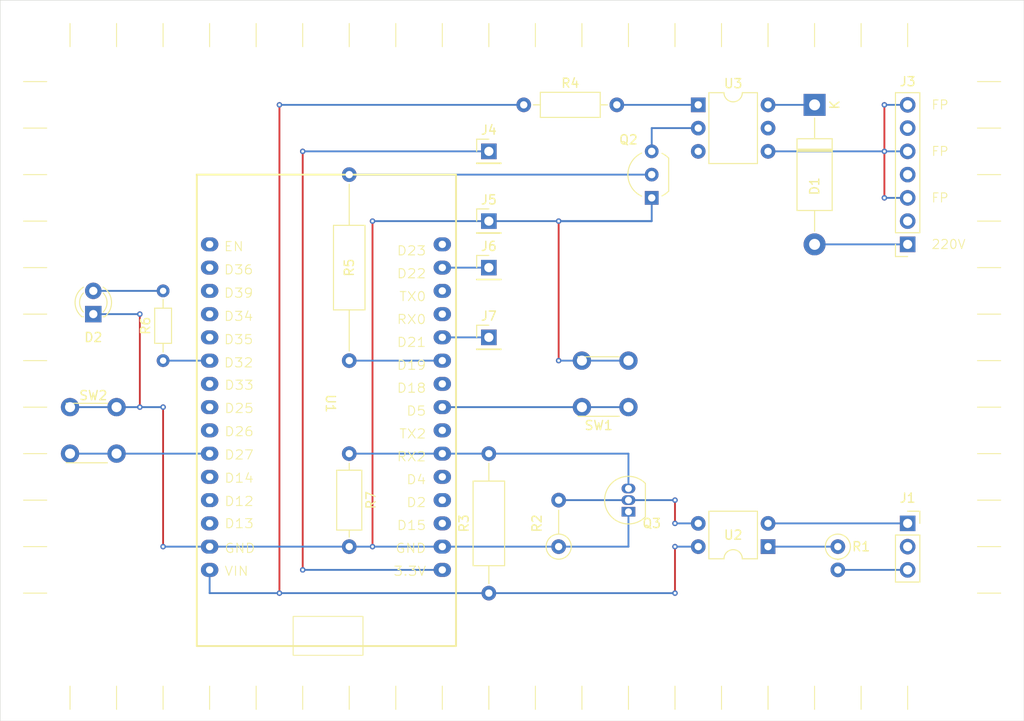
<source format=kicad_pcb>
(kicad_pcb (version 20240108) (generator "pcbnew") (generator_version "8.0")
  (layers (0 "F.Cu" signal) (31 "B.Cu" signal) (34 "B.Paste" user) (35 "F.Paste" user) (36 "B.SilkS" user "B.Silkscreen") (37 "F.SilkS" user "F.Silkscreen") (38 "B.Mask" user) (39 "F.Mask" user) (44 "Edge.Cuts" user))
  (net 0 "")
  (net 10 "Net-(D1-A)")
  (net 11 "Net-(D1-K)")
  (net 12 "GND")
  (net 13 "Net-(Q2-C)")
  (net 14 "Net-(Q2-B)")
  (net 15 "Net-(R1-Pad1)")
  (net 16 "Net-(J1-Pin_3)")
  (net 17 "+3.3V")
  (net 18 "Net-(D2-A)")
  (net 19 "Net-(U1-GPIO27)")
  (net 20 "Net-(J1-Pin_1)")
  (net 22 "Net-(U1-GPIO5)")
  (net 23 "SDA")
  (net 25 "SCL")
  (net 26 "Net-(J3-Pin_3)")
  (net 30 "Net-(R4-Pad2)")
  (net 40 "FP")
  (net 42 "Net-(U1-GPIO32)")
  (net 44 "Net-(Q3-G)")
  (net 45 "Net-(Q3-D)")
  (net 46 "Net-(U1-VIN)")
  (footprint "Connector_PinHeader_2.54mm:PinHeader_1x01_P2.54mm_Vertical" (layer "F.Cu") (at 148.59 58.42)
    (property "Reference" "J4" (at 0 -2.33 0) (layer "F.SilkS"))
    (property "Value" "+3.3V")
    (fp_line (start -1.33 -1.33) (end 0 -1.33) (stroke (width 0.12)) (layer "F.SilkS"))
    (fp_line (start -1.33 0) (end -1.33 -1.33) (stroke (width 0.12)) (layer "F.SilkS"))
    (fp_line (start -1.33 1.27) (end -1.33 1.33) (stroke (width 0.12)) (layer "F.SilkS"))
    (fp_line (start -1.33 1.27) (end 1.33 1.27) (stroke (width 0.12)) (layer "F.SilkS"))
    (fp_line (start -1.33 1.33) (end 1.33 1.33) (stroke (width 0.12)) (layer "F.SilkS"))
    (fp_line (start 1.33 1.27) (end 1.33 1.33) (stroke (width 0.12)) (layer "F.SilkS"))
    (pad "1" thru_hole rect (at 0 0) (size 1.7 1.7) (drill 1) (layers "*.Cu" "*.Mask") (net 17 "+3.3V"))
  )
  (footprint "Connector_PinHeader_2.54mm:PinHeader_1x01_P2.54mm_Vertical" (layer "F.Cu") (at 148.59 71.12)
    (property "Reference" "J6" (at 0 -2.33 0) (layer "F.SilkS"))
    (property "Value" "SCL")
    (fp_line (start -1.33 -1.33) (end 0 -1.33) (stroke (width 0.12)) (layer "F.SilkS"))
    (fp_line (start -1.33 0) (end -1.33 -1.33) (stroke (width 0.12)) (layer "F.SilkS"))
    (fp_line (start -1.33 1.27) (end -1.33 1.33) (stroke (width 0.12)) (layer "F.SilkS"))
    (fp_line (start -1.33 1.27) (end 1.33 1.27) (stroke (width 0.12)) (layer "F.SilkS"))
    (fp_line (start -1.33 1.33) (end 1.33 1.33) (stroke (width 0.12)) (layer "F.SilkS"))
    (fp_line (start 1.33 1.27) (end 1.33 1.33) (stroke (width 0.12)) (layer "F.SilkS"))
    (pad "1" thru_hole rect (at 0 0) (size 1.7 1.7) (drill 1) (layers "*.Cu" "*.Mask") (net 25 "SCL"))
  )
  (footprint "Resistor_THT:R_Axial_DIN0207_L6.3mm_D2.5mm_P5.08mm_Vertical" (layer "F.Cu") (at 156.21 101.6 90)
    (property "Reference" "R2" (at 2.54 -2.37 90) (layer "F.SilkS"))
    (property "Value" "10kΩ")
    (fp_line (start 1.37 0) (end 3.98 0) (stroke (width 0.12)) (layer "F.SilkS"))
    (fp_circle (center 0 0) (end 1.37 0) (stroke (width 0.12)) (fill none) (layer "F.SilkS"))
    (pad "1" thru_hole circle (at 0 0 90) (size 1.6 1.6) (drill 0.8) (layers "*.Cu" "*.Mask") (net 12 "GND"))
    (pad "2" thru_hole oval (at 5.08 0 90) (size 1.6 1.6) (drill 0.8) (layers "*.Cu" "*.Mask") (net 44 "Net-(Q3-G)"))
  )
  (footprint "Connector_PinHeader_2.54mm:PinHeader_1x01_P2.54mm_Vertical" (layer "F.Cu") (at 148.59 78.74)
    (property "Reference" "J7" (at 0 -2.33 0) (layer "F.SilkS"))
    (property "Value" "SDA")
    (fp_line (start -1.33 -1.33) (end 0 -1.33) (stroke (width 0.12)) (layer "F.SilkS"))
    (fp_line (start -1.33 0) (end -1.33 -1.33) (stroke (width 0.12)) (layer "F.SilkS"))
    (fp_line (start -1.33 1.27) (end -1.33 1.33) (stroke (width 0.12)) (layer "F.SilkS"))
    (fp_line (start -1.33 1.27) (end 1.33 1.27) (stroke (width 0.12)) (layer "F.SilkS"))
    (fp_line (start -1.33 1.33) (end 1.33 1.33) (stroke (width 0.12)) (layer "F.SilkS"))
    (fp_line (start 1.33 1.27) (end 1.33 1.33) (stroke (width 0.12)) (layer "F.SilkS"))
    (pad "1" thru_hole rect (at 0 0) (size 1.7 1.7) (drill 1) (layers "*.Cu" "*.Mask") (net 23 "SDA"))
  )
  (footprint "Package_DIP:DIP-6_W7.62mm" (layer "F.Cu") (at 171.45 53.34)
    (property "Reference" "U3" (at 3.81 -2.33 0) (layer "F.SilkS"))
    (property "Value" "MOC3041M")
    (fp_line (start 1.16 -1.33) (end 1.16 6.41) (stroke (width 0.12)) (layer "F.SilkS"))
    (fp_line (start 1.16 6.41) (end 6.46 6.41) (stroke (width 0.12)) (layer "F.SilkS"))
    (fp_line (start 2.81 -1.33) (end 1.16 -1.33) (stroke (width 0.12)) (layer "F.SilkS"))
    (fp_line (start 6.46 -1.33) (end 4.81 -1.33) (stroke (width 0.12)) (layer "F.SilkS"))
    (fp_line (start 6.46 6.41) (end 6.46 -1.33) (stroke (width 0.12)) (layer "F.SilkS"))
    (fp_arc (start 4.81 -1.33) (mid 3.81 -0.33) (end 2.81 -1.33) (stroke (width 0.12)) (layer "F.SilkS"))
    (pad "1" thru_hole rect (at 0 0) (size 1.6 1.6) (drill 0.8) (layers "*.Cu" "*.Mask") (net 30 "Net-(R4-Pad2)"))
    (pad "2" thru_hole oval (at 0 2.54) (size 1.6 1.6) (drill 0.8) (layers "*.Cu" "*.Mask") (net 13 "Net-(Q2-C)"))
    (pad "3" thru_hole oval (at 0 5.08) (size 1.6 1.6) (drill 0.8) (layers "*.Cu" "*.Mask"))
    (pad "4" thru_hole oval (at 7.62 5.08) (size 1.6 1.6) (drill 0.8) (layers "*.Cu" "*.Mask") (net 26 "Net-(J3-Pin_3)"))
    (pad "5" thru_hole oval (at 7.62 2.54) (size 1.6 1.6) (drill 0.8) (layers "*.Cu" "*.Mask"))
    (pad "6" thru_hole oval (at 7.62 0) (size 1.6 1.6) (drill 0.8) (layers "*.Cu" "*.Mask") (net 11 "Net-(D1-K)"))
  )
  (footprint "Resistor_THT:R_Axial_DIN0207_L6.3mm_D2.5mm_P10.16mm_Horizontal" (layer "F.Cu") (at 133.35 91.44 -90)
    (property "Reference" "R7" (at 5.08 -2.37 -90) (layer "F.SilkS"))
    (property "Value" "18kΩ")
    (fp_line (start 1.81 1.37) (end 8.35 1.37) (stroke (width 0.12)) (layer "F.SilkS"))
    (fp_line (start 8.35 1.37) (end 8.35 -1.37) (stroke (width 0.12)) (layer "F.SilkS"))
    (fp_line (start 1.04 0) (end 1.81 0) (stroke (width 0.12)) (layer "F.SilkS"))
    (fp_line (start 9.12 0) (end 8.35 0) (stroke (width 0.12)) (layer "F.SilkS"))
    (fp_line (start 1.81 -1.37) (end 1.81 1.37) (stroke (width 0.12)) (layer "F.SilkS"))
    (fp_line (start 8.35 -1.37) (end 1.81 -1.37) (stroke (width 0.12)) (layer "F.SilkS"))
    (pad "1" thru_hole circle (at 0 0 270) (size 1.6 1.6) (drill 0.8) (layers "*.Cu" "*.Mask") (net 45 "Net-(Q3-D)"))
    (pad "2" thru_hole oval (at 10.16 0 270) (size 1.6 1.6) (drill 0.8) (layers "*.Cu" "*.Mask") (net 12 "GND"))
  )
  (footprint "Resistor_THT:R_Axial_DIN0309_L9.0mm_D3.2mm_P15.24mm_Horizontal" (layer "F.Cu") (at 148.59 106.68 90)
    (property "Reference" "R3" (at 7.62 -2.72 90) (layer "F.SilkS"))
    (property "Value" "10kΩ")
    (fp_line (start 12.24 -1.72) (end 3 -1.72) (stroke (width 0.12)) (layer "F.SilkS"))
    (fp_line (start 3 -1.72) (end 3 1.72) (stroke (width 0.12)) (layer "F.SilkS"))
    (fp_line (start 14.2 0) (end 12.24 0) (stroke (width 0.12)) (layer "F.SilkS"))
    (fp_line (start 1.04 0) (end 3 0) (stroke (width 0.12)) (layer "F.SilkS"))
    (fp_line (start 12.24 1.72) (end 12.24 -1.72) (stroke (width 0.12)) (layer "F.SilkS"))
    (fp_line (start 3 1.72) (end 12.24 1.72) (stroke (width 0.12)) (layer "F.SilkS"))
    (pad "1" thru_hole circle (at 0 0 90) (size 1.6 1.6) (drill 0.8) (layers "*.Cu" "*.Mask") (net 46 "Net-(U1-VIN)"))
    (pad "2" thru_hole oval (at 15.24 0 90) (size 1.6 1.6) (drill 0.8) (layers "*.Cu" "*.Mask") (net 45 "Net-(Q3-D)"))
  )
  (footprint "Resistor_THT:R_Axial_DIN0207_L6.3mm_D2.5mm_P2.54mm_Vertical" (layer "F.Cu") (at 186.69 101.6 -90)
    (property "Reference" "R1" (at 0 -2.54 0) (layer "F.SilkS"))
    (property "Value" "2.2kΩ")
    (fp_line (start 1.37 0) (end 1.44 0) (stroke (width 0.12)) (layer "F.SilkS"))
    (fp_circle (center 0 0) (end 1.37 0) (stroke (width 0.12)) (fill none) (layer "F.SilkS"))
    (pad "1" thru_hole circle (at 0 0 270) (size 1.6 1.6) (drill 0.8) (layers "*.Cu" "*.Mask") (net 15 "Net-(R1-Pad1)"))
    (pad "2" thru_hole oval (at 2.54 0 270) (size 1.6 1.6) (drill 0.8) (layers "*.Cu" "*.Mask") (net 16 "Net-(J1-Pin_3)"))
  )
  (footprint "Diode_THT:D_DO-15_P15.24mm_Horizontal" (layer "F.Cu") (at 184.15 53.34 -90)
    (property "Reference" "D1" (at 8.89 0 90) (layer "F.SilkS"))
    (property "Value" "1N4007")
    (fp_line (start 3.7 1.92) (end 11.54 1.92) (stroke (width 0.12)) (layer "F.SilkS"))
    (fp_line (start 11.54 1.92) (end 11.54 -1.92) (stroke (width 0.12)) (layer "F.SilkS"))
    (fp_line (start 1.44 0) (end 3.7 0) (stroke (width 0.12)) (layer "F.SilkS"))
    (fp_line (start 13.8 0) (end 11.54 0) (stroke (width 0.12)) (layer "F.SilkS"))
    (fp_line (start 3.7 -1.92) (end 3.7 1.92) (stroke (width 0.12)) (layer "F.SilkS"))
    (fp_line (start 4.84 -1.92) (end 4.84 1.92) (stroke (width 0.12)) (layer "F.SilkS"))
    (fp_line (start 4.96 -1.92) (end 4.96 1.92) (stroke (width 0.12)) (layer "F.SilkS"))
    (fp_line (start 5.08 -1.92) (end 5.08 1.92) (stroke (width 0.12)) (layer "F.SilkS"))
    (fp_line (start 11.54 -1.92) (end 3.7 -1.92) (stroke (width 0.12)) (layer "F.SilkS"))
    (fp_text user "K" (at 0 -2.2 90) (layer "F.SilkS"))
    (pad "1" thru_hole rect (at 0 0 270) (size 2.4 2.4) (drill 1.2) (layers "*.Cu" "*.Mask") (net 11 "Net-(D1-K)"))
    (pad "2" thru_hole oval (at 15.24 0 270) (size 2.4 2.4) (drill 1.2) (layers "*.Cu" "*.Mask") (net 10 "Net-(D1-A)"))
  )
  (footprint "Resistor_THT:R_Axial_DIN0204_L3.6mm_D1.6mm_P7.62mm_Horizontal" (layer "F.Cu") (at 113.03 81.28 90)
    (property "Reference" "R6" (at 3.81 -1.92 90) (layer "F.SilkS"))
    (property "Value" "470Ω")
    (fp_line (start 5.73 -0.92) (end 1.89 -0.92) (stroke (width 0.12)) (layer "F.SilkS"))
    (fp_line (start 1.89 -0.92) (end 1.89 0.92) (stroke (width 0.12)) (layer "F.SilkS"))
    (fp_line (start 6.68 0) (end 5.73 0) (stroke (width 0.12)) (layer "F.SilkS"))
    (fp_line (start 0.94 0) (end 1.89 0) (stroke (width 0.12)) (layer "F.SilkS"))
    (fp_line (start 5.73 0.92) (end 5.73 -0.92) (stroke (width 0.12)) (layer "F.SilkS"))
    (fp_line (start 1.89 0.92) (end 5.73 0.92) (stroke (width 0.12)) (layer "F.SilkS"))
    (pad "1" thru_hole circle (at 0 0 90) (size 1.4 1.4) (drill 0.7) (layers "*.Cu" "*.Mask") (net 42 "Net-(U1-GPIO32)"))
    (pad "2" thru_hole oval (at 7.62 0 90) (size 1.4 1.4) (drill 0.7) (layers "*.Cu" "*.Mask") (net 18 "Net-(D2-A)"))
  )
  (footprint "Connector_PinSocket_2.54mm:PinSocket_1x03_P2.54mm_Vertical" (layer "F.Cu") (at 194.31 99.06)
    (property "Reference" "J1" (at 0 -2.77 0) (layer "F.SilkS"))
    (property "Value" "TIC")
    (fp_line (start -1.33 1.27) (end -1.33 6.41) (stroke (width 0.12)) (layer "F.SilkS"))
    (fp_line (start -1.33 1.27) (end 1.33 1.27) (stroke (width 0.12)) (layer "F.SilkS"))
    (fp_line (start -1.33 6.41) (end 1.33 6.41) (stroke (width 0.12)) (layer "F.SilkS"))
    (fp_line (start 0 -1.33) (end 1.33 -1.33) (stroke (width 0.12)) (layer "F.SilkS"))
    (fp_line (start 1.33 -1.33) (end 1.33 0) (stroke (width 0.12)) (layer "F.SilkS"))
    (fp_line (start 1.33 1.27) (end 1.33 6.41) (stroke (width 0.12)) (layer "F.SilkS"))
    (pad "1" thru_hole rect (at 0 0) (size 1.7 1.7) (drill 1) (layers "*.Cu" "*.Mask") (net 20 "Net-(J1-Pin_1)"))
    (pad "2" thru_hole oval (at 0 2.54) (size 1.7 1.7) (drill 1) (layers "*.Cu" "*.Mask"))
    (pad "3" thru_hole oval (at 0 5.08) (size 1.7 1.7) (drill 1) (layers "*.Cu" "*.Mask") (net 16 "Net-(J1-Pin_3)"))
  )
  (footprint "Resistor_THT:R_Axial_DIN0207_L6.3mm_D2.5mm_P10.16mm_Horizontal" (layer "F.Cu") (at 152.4 53.34)
    (property "Reference" "R4" (at 5.08 -2.37 0) (layer "F.SilkS"))
    (property "Value" "220Ω")
    (fp_line (start 1.04 0) (end 1.81 0) (stroke (width 0.12)) (layer "F.SilkS"))
    (fp_line (start 1.81 -1.37) (end 1.81 1.37) (stroke (width 0.12)) (layer "F.SilkS"))
    (fp_line (start 1.81 1.37) (end 8.35 1.37) (stroke (width 0.12)) (layer "F.SilkS"))
    (fp_line (start 8.35 -1.37) (end 1.81 -1.37) (stroke (width 0.12)) (layer "F.SilkS"))
    (fp_line (start 8.35 1.37) (end 8.35 -1.37) (stroke (width 0.12)) (layer "F.SilkS"))
    (fp_line (start 9.12 0) (end 8.35 0) (stroke (width 0.12)) (layer "F.SilkS"))
    (pad "1" thru_hole circle (at 0 0) (size 1.6 1.6) (drill 0.8) (layers "*.Cu" "*.Mask") (net 46 "Net-(U1-VIN)"))
    (pad "2" thru_hole oval (at 10.16 0) (size 1.6 1.6) (drill 0.8) (layers "*.Cu" "*.Mask") (net 30 "Net-(R4-Pad2)"))
  )
  (footprint "Package_TO_SOT_THT:TO-92_Inline_Wide" (layer "F.Cu") (at 166.37 63.5 90)
    (property "Reference" "Q2" (at 6.35 -2.54 0) (layer "F.SilkS"))
    (property "Value" "PN2222A")
    (fp_line (start 0.74 1.85) (end 4.34 1.85) (stroke (width 0.12)) (layer "F.SilkS"))
    (fp_arc (start 2.54 -2.6) (mid 3.936979 -2.192818) (end 4.8964 -1.098807) (stroke (width 0.12)) (layer "F.SilkS"))
    (fp_arc (start 0.1836 -1.098807) (mid 1.143021 -2.192817) (end 2.54 -2.6) (stroke (width 0.12)) (layer "F.SilkS"))
    (fp_arc (start 4.864184 1.122795) (mid 4.633903 1.509328) (end 4.34 1.85) (stroke (width 0.12)) (layer "F.SilkS"))
    (fp_arc (start 0.74 1.85) (mid 0.446097 1.509328) (end 0.215816 1.122795) (stroke (width 0.12)) (layer "F.SilkS"))
    (pad "1" thru_hole rect (at 0 0 90) (size 1.5 1.5) (drill 0.8) (layers "*.Cu" "*.Mask") (net 12 "GND"))
    (pad "2" thru_hole circle (at 2.54 0 90) (size 1.5 1.5) (drill 0.8) (layers "*.Cu" "*.Mask") (net 14 "Net-(Q2-B)"))
    (pad "3" thru_hole circle (at 5.08 0 90) (size 1.5 1.5) (drill 0.8) (layers "*.Cu" "*.Mask") (net 13 "Net-(Q2-C)"))
  )
  (footprint "LED_THT:LED_D3.0mm" (layer "F.Cu") (at 105.41 76.2 90)
    (property "Reference" "D2" (at -2.54 0 0) (layer "F.SilkS"))
    (property "Value" "LED annul")
    (fp_line (start -0.29 -1.236) (end -0.29 -1.08) (stroke (width 0.12)) (layer "F.SilkS"))
    (fp_line (start -0.29 1.08) (end -0.29 1.236) (stroke (width 0.12)) (layer "F.SilkS"))
    (fp_arc (start -0.29 -1.235516) (mid 1.366487 -1.987659) (end 2.942335 -1.078608) (stroke (width 0.12)) (layer "F.SilkS"))
    (fp_arc (start 0.229039 -1.08) (mid 1.270117 -1.5) (end 2.31113 -1.079837) (stroke (width 0.12)) (layer "F.SilkS"))
    (fp_arc (start 2.942335 1.078608) (mid 1.366487 1.987659) (end -0.29 1.235516) (stroke (width 0.12)) (layer "F.SilkS"))
    (fp_arc (start 2.31113 1.079837) (mid 1.270117 1.5) (end 0.229039 1.08) (stroke (width 0.12)) (layer "F.SilkS"))
    (pad "1" thru_hole rect (at 0 0 90) (size 1.8 1.8) (drill 0.9) (layers "*.Cu" "*.Mask") (net 12 "GND"))
    (pad "2" thru_hole circle (at 2.54 0 90) (size 1.8 1.8) (drill 0.9) (layers "*.Cu" "*.Mask") (net 18 "Net-(D2-A)"))
  )
  (footprint "Linky_Tempo_HomeKit_Library:SW_PUSH_5.08mm_H5mm" (layer "F.Cu") (at 107.95 91.44 180)
    (property "Reference" "SW2" (at 2.54 6.35 0) (layer "F.SilkS"))
    (property "Value" "Annul_Délestage")
    (fp_line (start 5.5 -1) (end 1 -1) (stroke (width 0.12)) (layer "F.SilkS"))
    (fp_line (start 1 5.5) (end 5.5 5.5) (stroke (width 0.12)) (layer "F.SilkS"))
    (pad "1" thru_hole circle (at 0 0 270) (size 2 2) (drill 1.1) (layers "*.Cu" "*.Mask") (net 19 "Net-(U1-GPIO27)"))
    (pad "1" thru_hole circle (at 5.08 0 270) (size 2 2) (drill 1.1) (layers "*.Cu" "*.Mask") (net 19 "Net-(U1-GPIO27)"))
    (pad "2" thru_hole circle (at 0 5.08 270) (size 2 2) (drill 1.1) (layers "*.Cu" "*.Mask") (net 12 "GND"))
    (pad "2" thru_hole circle (at 5.08 5.08 270) (size 2 2) (drill 1.1) (layers "*.Cu" "*.Mask") (net 12 "GND"))
  )
  (footprint "Linky_Tempo_HomeKit_Library:ESP32_30pin" (layer "F.Cu") (at 130.81 86.36)
    (property "Reference" "U1" (at 0.5 -0.395187 -90) (layer "F.SilkS"))
    (property "Value" "~")
    (fp_rect (start -14.10246 -25.4) (end 14.19754 26.1) (stroke (width 0.2)) (fill none) (layer "F.SilkS"))
    (fp_rect (start -3.58246 22.86) (end 4.03754 27.114179) (stroke (width 0.1)) (fill none) (layer "F.SilkS"))
    (fp_text user "D23" (at 11 -16.5 0) (layer "F.SilkS") (effects (font (size 1 1.1) (thickness 0.1)) (justify right bottom)))
    (fp_text user "D34" (at -11.201543 -9.342504 0) (layer "F.SilkS") (effects (font (size 1 1.1) (thickness 0.1)) (justify left bottom)))
    (fp_text user "3.3V" (at 11 18.5 0) (layer "F.SilkS") (effects (font (size 1 1.1) (thickness 0.1)) (justify right bottom)))
    (fp_text user "D36" (at -11.201543 -14.422504 0) (layer "F.SilkS") (effects (font (size 1 1.1) (thickness 0.1)) (justify left bottom)))
    (fp_text user "RX2" (at 11 6 0) (layer "F.SilkS") (effects (font (size 1 1.1) (thickness 0.1)) (justify right bottom)))
    (fp_text user "D5" (at 11 1 0) (layer "F.SilkS") (effects (font (size 1 1.1) (thickness 0.1)) (justify right bottom)))
    (fp_text user "D2" (at 11 11 0) (layer "F.SilkS") (effects (font (size 1 1.1) (thickness 0.1)) (justify right bottom)))
    (fp_text user "TX0" (at 11 -11.5 0) (layer "F.SilkS") (effects (font (size 1 1.1) (thickness 0.1)) (justify right bottom)))
    (fp_text user "D27" (at -11.146291 5.796542 0) (layer "F.SilkS") (effects (font (size 1 1.1) (thickness 0.1)) (justify left bottom)))
    (fp_text user "D19" (at 11 -4 0) (layer "F.SilkS") (effects (font (size 1 1.1) (thickness 0.1)) (justify right bottom)))
    (fp_text user "D32" (at -11.201543 -4.262504 0) (layer "F.SilkS") (effects (font (size 1 1.1) (thickness 0.1)) (justify left bottom)))
    (fp_text user "D4" (at 11 8.5 0) (layer "F.SilkS") (effects (font (size 1 1.1) (thickness 0.1)) (justify right bottom)))
    (fp_text user "EN" (at -11.201543 -16.962504 0) (layer "F.SilkS") (effects (font (size 1 1.1) (thickness 0.1)) (justify left bottom)))
    (fp_text user "TX2" (at 11 3.5 0) (layer "F.SilkS") (effects (font (size 1 1.1) (thickness 0.1)) (justify right bottom)))
    (fp_text user "D35" (at -11.201543 -6.802504 0) (layer "F.SilkS") (effects (font (size 1 1.1) (thickness 0.1)) (justify left bottom)))
    (fp_text user "D26" (at -11.146291 3.256542 0) (layer "F.SilkS") (effects (font (size 1 1.1) (thickness 0.1)) (justify left bottom)))
    (fp_text user "D14" (at -11.146291 8.336542 0) (layer "F.SilkS") (effects (font (size 1 1.1) (thickness 0.1)) (justify left bottom)))
    (fp_text user "RX0" (at 11 -9 0) (layer "F.SilkS") (effects (font (size 1 1.1) (thickness 0.1)) (justify right bottom)))
    (fp_text user "D15" (at 11 13.5 0) (layer "F.SilkS") (effects (font (size 1 1.1) (thickness 0.1)) (justify right bottom)))
    (fp_text user "D13" (at -11.140938 13.304602 0) (layer "F.SilkS") (effects (font (size 1 1.1) (thickness 0.1)) (justify left bottom)))
    (fp_text user "D39" (at -11.201543 -11.882504 0) (layer "F.SilkS") (effects (font (size 1 1.1) (thickness 0.1)) (justify left bottom)))
    (fp_text user "D21" (at 11 -6.5 0) (layer "F.SilkS") (effects (font (size 1 1.1) (thickness 0.1)) (justify right bottom)))
    (fp_text user "VIN" (at -11.140938 18.5 0) (layer "F.SilkS") (effects (font (size 1 1.1) (thickness 0.1)) (justify left bottom)))
    (fp_text user "D25" (at -11.146291 0.716542 0) (layer "F.SilkS") (effects (font (size 1 1.1) (thickness 0.1)) (justify left bottom)))
    (fp_text user "GND" (at -11.140938 16 0) (layer "F.SilkS") (effects (font (size 1 1.1) (thickness 0.1)) (justify left bottom)))
    (fp_text user "GND" (at 11 16 0) (layer "F.SilkS") (effects (font (size 1 1.1) (thickness 0.1)) (justify right bottom)))
    (fp_text user "D33" (at -11.146291 -1.823458 0) (layer "F.SilkS") (effects (font (size 1 1.1) (thickness 0.1)) (justify left bottom)))
    (fp_text user "D22" (at 11 -14 0) (layer "F.SilkS") (effects (font (size 1 1.1) (thickness 0.1)) (justify right bottom)))
    (fp_text user "D12" (at -11.146291 10.876542 0) (layer "F.SilkS") (effects (font (size 1 1.1) (thickness 0.1)) (justify left bottom)))
    (fp_text user "D18" (at 11 -1.5 0) (layer "F.SilkS") (effects (font (size 1 1.1) (thickness 0.1)) (justify right bottom)))
    (pad "1" thru_hole oval (at -12.7 17.78 270) (size 1.524 1.9) (drill 0.8) (layers "*.Cu" "*.Mask") (net 46 "Net-(U1-VIN)"))
    (pad "2" thru_hole oval (at -12.7 15.24 270) (size 1.524 1.9) (drill 0.8) (layers "*.Cu" "*.Mask") (net 12 "GND"))
    (pad "3" thru_hole oval (at -12.7 12.7 270) (size 1.524 1.9) (drill 0.8) (layers "*.Cu" "*.Mask"))
    (pad "4" thru_hole oval (at -12.7 10.16 270) (size 1.524 1.9) (drill 0.8) (layers "*.Cu" "*.Mask"))
    (pad "5" thru_hole oval (at -12.7 7.62 270) (size 1.524 1.9) (drill 0.8) (layers "*.Cu" "*.Mask"))
    (pad "6" thru_hole oval (at -12.7 5.08 270) (size 1.524 1.9) (drill 0.8) (layers "*.Cu" "*.Mask") (net 19 "Net-(U1-GPIO27)"))
    (pad "7" thru_hole oval (at -12.7 2.54 270) (size 1.524 1.9) (drill 0.8) (layers "*.Cu" "*.Mask"))
    (pad "8" thru_hole oval (at -12.7 0 270) (size 1.524 1.9) (drill 0.8) (layers "*.Cu" "*.Mask"))
    (pad "9" thru_hole oval (at -12.7 -2.54 270) (size 1.524 1.9) (drill 0.8) (layers "*.Cu" "*.Mask"))
    (pad "10" thru_hole oval (at -12.7 -5.08 270) (size 1.524 1.9) (drill 0.8) (layers "*.Cu" "*.Mask") (net 42 "Net-(U1-GPIO32)"))
    (pad "11" thru_hole oval (at -12.7 -7.62 270) (size 1.524 1.9) (drill 0.8) (layers "*.Cu" "*.Mask"))
    (pad "12" thru_hole oval (at -12.7 -10.16 270) (size 1.524 1.9) (drill 0.8) (layers "*.Cu" "*.Mask"))
    (pad "13" thru_hole oval (at -12.7 -12.7 270) (size 1.524 1.9) (drill 0.8) (layers "*.Cu" "*.Mask"))
    (pad "14" thru_hole oval (at -12.7 -15.24 270) (size 1.524 1.9) (drill 0.8) (layers "*.Cu" "*.Mask"))
    (pad "15" thru_hole oval (at -12.7 -17.78 270) (size 1.524 1.9) (drill 0.8) (layers "*.Cu" "*.Mask"))
    (pad "16" thru_hole oval (at 12.7 17.78 270) (size 1.524 1.9) (drill 0.8) (layers "*.Cu" "*.Mask") (net 17 "+3.3V"))
    (pad "17" thru_hole oval (at 12.7 15.24 270) (size 1.524 1.9) (drill 0.8) (layers "*.Cu" "*.Mask") (net 12 "GND"))
    (pad "18" thru_hole oval (at 12.7 12.7 270) (size 1.524 1.9) (drill 0.8) (layers "*.Cu" "*.Mask"))
    (pad "19" thru_hole oval (at 12.7 10.16 270) (size 1.524 1.9) (drill 0.8) (layers "*.Cu" "*.Mask"))
    (pad "20" thru_hole oval (at 12.7 7.62 270) (size 1.524 1.9) (drill 0.8) (layers "*.Cu" "*.Mask"))
    (pad "21" thru_hole oval (at 12.7 5.08 270) (size 1.524 1.9) (drill 0.8) (layers "*.Cu" "*.Mask") (net 45 "Net-(Q3-D)"))
    (pad "22" thru_hole oval (at 12.7 2.54 270) (size 1.524 1.9) (drill 0.8) (layers "*.Cu" "*.Mask"))
    (pad "23" thru_hole oval (at 12.7 0 270) (size 1.524 1.9) (drill 0.8) (layers "*.Cu" "*.Mask") (net 22 "Net-(U1-GPIO5)"))
    (pad "24" thru_hole oval (at 12.7 -2.54 270) (size 1.524 1.9) (drill 0.8) (layers "*.Cu" "*.Mask"))
    (pad "25" thru_hole oval (at 12.7 -5.08 270) (size 1.524 1.9) (drill 0.8) (layers "*.Cu" "*.Mask") (net 40 "FP"))
    (pad "26" thru_hole oval (at 12.7 -7.62 270) (size 1.524 1.9) (drill 0.8) (layers "*.Cu" "*.Mask") (net 23 "SDA"))
    (pad "27" thru_hole oval (at 12.7 -10.16 270) (size 1.524 1.9) (drill 0.8) (layers "*.Cu" "*.Mask"))
    (pad "28" thru_hole oval (at 12.7 -12.7 270) (size 1.524 1.9) (drill 0.8) (layers "*.Cu" "*.Mask"))
    (pad "29" thru_hole oval (at 12.7 -15.24 270) (size 1.524 1.9) (drill 0.8) (layers "*.Cu" "*.Mask") (net 25 "SCL"))
    (pad "30" thru_hole oval (at 12.7 -17.78 270) (size 1.524 1.9) (drill 0.8) (layers "*.Cu" "*.Mask"))
  )
  (footprint "Package_TO_SOT_THT:TO-92_Inline" (layer "F.Cu") (at 163.83 97.79 90)
    (property "Reference" "Q3" (at -1.27 2.54 0) (layer "F.SilkS"))
    (property "Value" "2N7000")
    (fp_line (start -0.53 1.85) (end 3.07 1.85) (stroke (width 0.12)) (layer "F.SilkS"))
    (fp_arc (start 1.27 -2.6) (mid 3.672087 -0.994977) (end 3.108478 1.838478) (stroke (width 0.12)) (layer "F.SilkS"))
    (fp_arc (start -0.568478 1.838478) (mid -1.132087 -0.994977) (end 1.27 -2.6) (stroke (width 0.12)) (layer "F.SilkS"))
    (pad "1" thru_hole rect (at 0 0 90) (size 1.05 1.5) (drill 0.75) (layers "*.Cu" "*.Mask") (net 12 "GND"))
    (pad "2" thru_hole oval (at 1.27 0 90) (size 1.05 1.5) (drill 0.75) (layers "*.Cu" "*.Mask") (net 44 "Net-(Q3-G)"))
    (pad "3" thru_hole oval (at 2.54 0 90) (size 1.05 1.5) (drill 0.75) (layers "*.Cu" "*.Mask") (net 45 "Net-(Q3-D)"))
  )
  (footprint "Resistor_THT:R_Axial_DIN0309_L9.0mm_D3.2mm_P20.32mm_Horizontal" (layer "F.Cu") (at 133.35 81.28 90)
    (property "Reference" "R5" (at 10.16 0 90) (layer "F.SilkS"))
    (property "Value" "1.5kΩ")
    (fp_line (start 14.78 -1.72) (end 5.54 -1.72) (stroke (width 0.12)) (layer "F.SilkS"))
    (fp_line (start 5.54 -1.72) (end 5.54 1.72) (stroke (width 0.12)) (layer "F.SilkS"))
    (fp_line (start 19.28 0) (end 14.78 0) (stroke (width 0.12)) (layer "F.SilkS"))
    (fp_line (start 1.04 0) (end 5.54 0) (stroke (width 0.12)) (layer "F.SilkS"))
    (fp_line (start 14.78 1.72) (end 14.78 -1.72) (stroke (width 0.12)) (layer "F.SilkS"))
    (fp_line (start 5.54 1.72) (end 14.78 1.72) (stroke (width 0.12)) (layer "F.SilkS"))
    (pad "1" thru_hole circle (at 0 0 90) (size 1.6 1.6) (drill 0.8) (layers "*.Cu" "*.Mask") (net 40 "FP"))
    (pad "2" thru_hole oval (at 20.32 0 90) (size 1.6 1.6) (drill 0.8) (layers "*.Cu" "*.Mask") (net 14 "Net-(Q2-B)"))
  )
  (footprint "Package_DIP:DIP-4_W7.62mm" (layer "F.Cu") (at 179.07 101.6 180)
    (property "Reference" "U2" (at 3.81 1.27 0) (layer "F.SilkS"))
    (property "Value" "LTV-814")
    (fp_line (start 6.46 3.87) (end 6.46 -1.33) (stroke (width 0.12)) (layer "F.SilkS"))
    (fp_line (start 6.46 -1.33) (end 4.81 -1.33) (stroke (width 0.12)) (layer "F.SilkS"))
    (fp_line (start 2.81 -1.33) (end 1.16 -1.33) (stroke (width 0.12)) (layer "F.SilkS"))
    (fp_line (start 1.16 3.87) (end 6.46 3.87) (stroke (width 0.12)) (layer "F.SilkS"))
    (fp_line (start 1.16 -1.33) (end 1.16 3.87) (stroke (width 0.12)) (layer "F.SilkS"))
    (fp_arc (start 4.81 -1.33) (mid 3.81 -0.33) (end 2.81 -1.33) (stroke (width 0.12)) (layer "F.SilkS"))
    (pad "1" thru_hole rect (at 0 0 180) (size 1.6 1.6) (drill 0.8) (layers "*.Cu" "*.Mask") (net 15 "Net-(R1-Pad1)"))
    (pad "2" thru_hole oval (at 0 2.54 180) (size 1.6 1.6) (drill 0.8) (layers "*.Cu" "*.Mask") (net 20 "Net-(J1-Pin_1)"))
    (pad "3" thru_hole oval (at 7.62 2.54 180) (size 1.6 1.6) (drill 0.8) (layers "*.Cu" "*.Mask") (net 44 "Net-(Q3-G)"))
    (pad "4" thru_hole oval (at 7.62 0 180) (size 1.6 1.6) (drill 0.8) (layers "*.Cu" "*.Mask") (net 46 "Net-(U1-VIN)"))
  )
  (footprint "Linky_Tempo_HomeKit_Library:SW_PUSH_5.08mm_H5mm" (layer "F.Cu") (at 163.83 86.36 180)
    (property "Reference" "SW1" (at 3.25 -2 0) (layer "F.SilkS"))
    (property "Value" "Setup")
    (fp_line (start 5.5 -1) (end 1 -1) (stroke (width 0.12)) (layer "F.SilkS"))
    (fp_line (start 1 5.5) (end 5.5 5.5) (stroke (width 0.12)) (layer "F.SilkS"))
    (pad "1" thru_hole circle (at 0 0 270) (size 2 2) (drill 1.1) (layers "*.Cu" "*.Mask") (net 22 "Net-(U1-GPIO5)"))
    (pad "1" thru_hole circle (at 5.08 0 270) (size 2 2) (drill 1.1) (layers "*.Cu" "*.Mask") (net 22 "Net-(U1-GPIO5)"))
    (pad "2" thru_hole circle (at 0 5.08 270) (size 2 2) (drill 1.1) (layers "*.Cu" "*.Mask") (net 12 "GND"))
    (pad "2" thru_hole circle (at 5.08 5.08 270) (size 2 2) (drill 1.1) (layers "*.Cu" "*.Mask") (net 12 "GND"))
  )
  (footprint "Connector_PinHeader_2.54mm:PinHeader_1x01_P2.54mm_Vertical" (layer "F.Cu") (at 148.59 66.04)
    (property "Reference" "J5" (at 0 -2.33 0) (layer "F.SilkS"))
    (property "Value" "GND")
    (fp_line (start -1.33 -1.33) (end 0 -1.33) (stroke (width 0.12)) (layer "F.SilkS"))
    (fp_line (start -1.33 0) (end -1.33 -1.33) (stroke (width 0.12)) (layer "F.SilkS"))
    (fp_line (start -1.33 1.27) (end -1.33 1.33) (stroke (width 0.12)) (layer "F.SilkS"))
    (fp_line (start -1.33 1.27) (end 1.33 1.27) (stroke (width 0.12)) (layer "F.SilkS"))
    (fp_line (start -1.33 1.33) (end 1.33 1.33) (stroke (width 0.12)) (layer "F.SilkS"))
    (fp_line (start 1.33 1.27) (end 1.33 1.33) (stroke (width 0.12)) (layer "F.SilkS"))
    (pad "1" thru_hole rect (at 0 0) (size 1.7 1.7) (drill 1) (layers "*.Cu" "*.Mask") (net 12 "GND"))
  )
  (footprint "Connector_PinSocket_2.54mm:PinSocket_1x07_P2.54mm_Vertical" (layer "F.Cu") (at 194.31 68.58 180)
    (property "Reference" "J3" (at 0 17.78 0) (layer "F.SilkS"))
    (property "Value" "Main(1) + Fil pilote (3,5,7)" (hide yes))
    (fp_line (start 1.33 1.27) (end 1.33 16.57) (stroke (width 0.12)) (layer "F.SilkS"))
    (fp_line (start 1.33 -1.33) (end 1.33 0) (stroke (width 0.12)) (layer "F.SilkS"))
    (fp_line (start 0 -1.33) (end 1.33 -1.33) (stroke (width 0.12)) (layer "F.SilkS"))
    (fp_line (start -1.33 16.57) (end 1.33 16.57) (stroke (width 0.12)) (layer "F.SilkS"))
    (fp_line (start -1.33 1.27) (end 1.33 1.27) (stroke (width 0.12)) (layer "F.SilkS"))
    (fp_line (start -1.33 1.27) (end -1.33 16.57) (stroke (width 0.12)) (layer "F.SilkS"))
    (pad "1" thru_hole rect (at 0 0 180) (size 1.7 1.7) (drill 1) (layers "*.Cu" "*.Mask") (net 10 "Net-(D1-A)"))
    (pad "2" thru_hole oval (at 0 2.54 180) (size 1.7 1.7) (drill 1) (layers "*.Cu" "*.Mask"))
    (pad "3" thru_hole oval (at 0 5.08 180) (size 1.7 1.7) (drill 1) (layers "*.Cu" "*.Mask") (net 26 "Net-(J3-Pin_3)"))
    (pad "4" thru_hole oval (at 0 7.62 180) (size 1.7 1.7) (drill 1) (layers "*.Cu" "*.Mask"))
    (pad "5" thru_hole oval (at 0 10.16 180) (size 1.7 1.7) (drill 1) (layers "*.Cu" "*.Mask") (net 26 "Net-(J3-Pin_3)"))
    (pad "6" thru_hole oval (at 0 12.7 180) (size 1.7 1.7) (drill 1) (layers "*.Cu" "*.Mask"))
    (pad "7" thru_hole oval (at 0 15.24 180) (size 1.7 1.7) (drill 1) (layers "*.Cu" "*.Mask") (net 26 "Net-(J3-Pin_3)"))
  )
  (gr_line (start 184.15 119.38) (end 184.15 116.84) (stroke (width 0.1)) (layer "F.SilkS"))
  (gr_line (start 113.03 116.84) (end 113.03 119.38) (stroke (width 0.1)) (layer "F.SilkS"))
  (gr_line (start 133.35 119.38) (end 133.35 116.84) (stroke (width 0.1)) (layer "F.SilkS"))
  (gr_line (start 97.79 60.96) (end 100.33 60.96) (stroke (width 0.1)) (layer "F.SilkS"))
  (gr_line (start 173.99 119.38) (end 173.99 116.84) (stroke (width 0.1)) (layer "F.SilkS"))
  (gr_line (start 133.35 46.99) (end 133.35 44.45) (stroke (width 0.1)) (layer "F.SilkS"))
  (gr_line (start 97.79 55.88) (end 100.33 55.88) (stroke (width 0.1)) (layer "F.SilkS"))
  (gr_line (start 97.79 91.44) (end 100.33 91.44) (stroke (width 0.1)) (layer "F.SilkS"))
  (gr_line (start 168.91 46.99) (end 168.91 44.45) (stroke (width 0.1)) (layer "F.SilkS"))
  (gr_line (start 168.91 119.38) (end 168.91 116.84) (stroke (width 0.1)) (layer "F.SilkS"))
  (gr_line (start 123.19 46.99) (end 123.19 44.45) (stroke (width 0.1)) (layer "F.SilkS"))
  (gr_line (start 100.33 76.2) (end 97.79 76.2) (stroke (width 0.1)) (layer "F.SilkS"))
  (gr_line (start 97.79 50.8) (end 100.33 50.8) (stroke (width 0.1)) (layer "F.SilkS"))
  (gr_line (start 179.07 44.45) (end 179.07 46.99) (stroke (width 0.1)) (layer "F.SilkS"))
  (gr_line (start 201.93 55.88) (end 204.47 55.88) (stroke (width 0.1)) (layer "F.SilkS"))
  (gr_line (start 184.15 46.99) (end 184.15 44.45) (stroke (width 0.1)) (layer "F.SilkS"))
  (gr_line (start 107.95 46.99) (end 107.95 44.45) (stroke (width 0.1)) (layer "F.SilkS"))
  (gr_line (start 201.93 60.96) (end 204.47 60.96) (stroke (width 0.1)) (layer "F.SilkS"))
  (gr_line (start 107.95 119.38) (end 107.95 116.84) (stroke (width 0.1)) (layer "F.SilkS"))
  (gr_line (start 100.33 86.36) (end 97.79 86.36) (stroke (width 0.1)) (layer "F.SilkS"))
  (gr_line (start 194.31 44.45) (end 194.31 46.99) (stroke (width 0.1)) (layer "F.SilkS"))
  (gr_line (start 138.43 119.38) (end 138.43 116.84) (stroke (width 0.1)) (layer "F.SilkS"))
  (gr_line (start 201.93 71.12) (end 204.47 71.12) (stroke (width 0.1)) (layer "F.SilkS"))
  (gr_line (start 153.67 44.45) (end 153.67 46.99) (stroke (width 0.1)) (layer "F.SilkS"))
  (gr_line (start 204.47 76.2) (end 201.93 76.2) (stroke (width 0.1)) (layer "F.SilkS"))
  (gr_line (start 179.07 116.84) (end 179.07 119.38) (stroke (width 0.1)) (layer "F.SilkS"))
  (gr_line (start 204.47 96.52) (end 201.93 96.52) (stroke (width 0.1)) (layer "F.SilkS"))
  (gr_line (start 143.51 116.84) (end 143.51 119.38) (stroke (width 0.1)) (layer "F.SilkS"))
  (gr_line (start 128.27 46.99) (end 128.27 44.45) (stroke (width 0.1)) (layer "F.SilkS"))
  (gr_line (start 123.19 119.38) (end 123.19 116.84) (stroke (width 0.1)) (layer "F.SilkS"))
  (gr_line (start 158.75 119.38) (end 158.75 116.84) (stroke (width 0.1)) (layer "F.SilkS"))
  (gr_line (start 118.11 46.99) (end 118.11 44.45) (stroke (width 0.1)) (layer "F.SilkS"))
  (gr_line (start 204.47 66.04) (end 201.93 66.04) (stroke (width 0.1)) (layer "F.SilkS"))
  (gr_line (start 148.59 119.38) (end 148.59 116.84) (stroke (width 0.1)) (layer "F.SilkS"))
  (gr_line (start 128.27 119.38) (end 128.27 116.84) (stroke (width 0.1)) (layer "F.SilkS"))
  (gr_line (start 118.11 119.38) (end 118.11 116.84) (stroke (width 0.1)) (layer "F.SilkS"))
  (gr_line (start 102.87 46.99) (end 102.87 44.45) (stroke (width 0.1)) (layer "F.SilkS"))
  (gr_line (start 163.83 116.84) (end 163.83 119.38) (stroke (width 0.1)) (layer "F.SilkS"))
  (gr_line (start 163.83 44.45) (end 163.83 46.99) (stroke (width 0.1)) (layer "F.SilkS"))
  (gr_line (start 189.23 44.45) (end 189.23 46.99) (stroke (width 0.1)) (layer "F.SilkS"))
  (gr_line (start 201.93 81.28) (end 204.47 81.28) (stroke (width 0.1)) (layer "F.SilkS"))
  (gr_line (start 201.93 50.8) (end 204.47 50.8) (stroke (width 0.1)) (layer "F.SilkS"))
  (gr_line (start 153.67 116.84) (end 153.67 119.38) (stroke (width 0.1)) (layer "F.SilkS"))
  (gr_line (start 97.79 71.12) (end 100.33 71.12) (stroke (width 0.1)) (layer "F.SilkS"))
  (gr_line (start 173.99 46.99) (end 173.99 44.45) (stroke (width 0.1)) (layer "F.SilkS"))
  (gr_line (start 97.79 106.68) (end 100.33 106.68) (stroke (width 0.1)) (layer "F.SilkS"))
  (gr_line (start 97.79 81.28) (end 100.33 81.28) (stroke (width 0.1)) (layer "F.SilkS"))
  (gr_line (start 201.93 91.44) (end 204.47 91.44) (stroke (width 0.1)) (layer "F.SilkS"))
  (gr_line (start 201.93 101.6) (end 204.47 101.6) (stroke (width 0.1)) (layer "F.SilkS"))
  (gr_line (start 194.31 116.84) (end 194.31 119.38) (stroke (width 0.1)) (layer "F.SilkS"))
  (gr_line (start 138.43 46.99) (end 138.43 44.45) (stroke (width 0.1)) (layer "F.SilkS"))
  (gr_line (start 148.59 46.99) (end 148.59 44.45) (stroke (width 0.1)) (layer "F.SilkS"))
  (gr_line (start 189.23 116.84) (end 189.23 119.38) (stroke (width 0.1)) (layer "F.SilkS"))
  (gr_line (start 143.51 44.45) (end 143.51 46.99) (stroke (width 0.1)) (layer "F.SilkS"))
  (gr_line (start 113.03 44.45) (end 113.03 46.99) (stroke (width 0.1)) (layer "F.SilkS"))
  (gr_line (start 100.33 66.04) (end 97.79 66.04) (stroke (width 0.1)) (layer "F.SilkS"))
  (gr_line (start 204.47 86.36) (end 201.93 86.36) (stroke (width 0.1)) (layer "F.SilkS"))
  (gr_line (start 201.93 106.68) (end 204.47 106.68) (stroke (width 0.1)) (layer "F.SilkS"))
  (gr_line (start 158.75 46.99) (end 158.75 44.45) (stroke (width 0.1)) (layer "F.SilkS"))
  (gr_line (start 100.33 96.52) (end 97.79 96.52) (stroke (width 0.1)) (layer "F.SilkS"))
  (gr_line (start 102.87 119.38) (end 102.87 116.84) (stroke (width 0.1)) (layer "F.SilkS"))
  (gr_line (start 97.79 101.6) (end 100.33 101.6) (stroke (width 0.1)) (layer "F.SilkS"))
  (gr_rect (start 95.25 41.91) (end 207.01 120.65) (stroke (width 0.05)) (fill none) (layer "Edge.Cuts"))
  (gr_text "FP" (at 196.85 53.34 0) (layer "F.SilkS") (effects (font (size 1 1) (thickness 0.1)) (justify left)))
  (gr_text "220V" (at 196.85 68.58 0) (layer "F.SilkS") (effects (font (size 1 1) (thickness 0.1)) (justify left)))
  (gr_text "FP" (at 196.85 58.42 0) (layer "F.SilkS") (effects (font (size 1 1) (thickness 0.1)) (justify left)))
  (gr_text "FP" (at 196.85 63.5 0) (layer "F.SilkS") (effects (font (size 1 1) (thickness 0.1)) (justify left)))
  (segment (start 184.15 68.58) (end 194.31 68.58) (width 0.2) (layer "B.Cu") (net 10))
  (segment (start 184.15 53.34) (end 179.07 53.34) (width 0.2) (layer "B.Cu") (net 11))
  (segment (start 135.89 66.04) (end 135.89 101.6) (width 0.2) (layer "F.Cu") (net 12))
  (segment (start 156.21 81.28) (end 156.21 66.04) (width 0.2) (layer "F.Cu") (net 12))
  (segment (start 135.89 101.6) (end 135.89 101.612273) (width 0.2) (layer "F.Cu") (net 12))
  (segment (start 113.03 86.36) (end 113.03 101.6) (width 0.2) (layer "F.Cu") (net 12))
  (segment (start 110.49 76.2) (end 110.49 86.36) (width 0.2) (layer "F.Cu") (net 12))
  (via (at 156.21 66.04) (size 0.6) (drill 0.3) (layers "F.Cu" "B.Cu") (net 12))
  (via (at 135.89 101.6) (size 0.6) (drill 0.3) (layers "F.Cu" "B.Cu") (net 12))
  (via (at 113.03 101.6) (size 0.6) (drill 0.3) (layers "F.Cu" "B.Cu") (net 12))
  (via (at 110.49 86.36) (size 0.6) (drill 0.3) (layers "F.Cu" "B.Cu") (net 12))
  (via (at 113.03 86.36) (size 0.6) (drill 0.3) (layers "F.Cu" "B.Cu") (net 12))
  (via (at 110.49 76.2) (size 0.6) (drill 0.3) (layers "F.Cu" "B.Cu") (net 12))
  (via (at 135.89 66.04) (size 0.6) (drill 0.3) (layers "F.Cu" "B.Cu") (net 12))
  (via (at 156.21 81.28) (size 0.6) (drill 0.3) (layers "F.Cu" "B.Cu") (net 12))
  (segment (start 133.35 101.6) (end 118.11 101.6) (width 0.2) (layer "B.Cu") (net 12))
  (segment (start 156.197727 101.612273) (end 156.21 101.6) (width 0.2) (layer "B.Cu") (net 12))
  (segment (start 148.59 66.04) (end 166.37 66.04) (width 0.2) (layer "B.Cu") (net 12))
  (segment (start 135.89 66.04) (end 148.59 66.04) (width 0.2) (layer "B.Cu") (net 12))
  (segment (start 118.11 101.6) (end 113.03 101.6) (width 0.2) (layer "B.Cu") (net 12))
  (segment (start 156.21 81.28) (end 158.75 81.28) (width 0.2) (layer "B.Cu") (net 12))
  (segment (start 156.21 101.6) (end 163.83 101.6) (width 0.2) (layer "B.Cu") (net 12))
  (segment (start 143.51 101.6) (end 156.21 101.6) (width 0.2) (layer "B.Cu") (net 12))
  (segment (start 135.89 101.6) (end 135.877727 101.612273) (width 0.2) (layer "B.Cu") (net 12))
  (segment (start 163.83 101.6) (end 163.83 97.79) (width 0.2) (layer "B.Cu") (net 12))
  (segment (start 110.49 86.36) (end 113.03 86.36) (width 0.2) (layer "B.Cu") (net 12))
  (segment (start 110.49 76.2) (end 105.41 76.2) (width 0.2) (layer "B.Cu") (net 12))
  (segment (start 107.95 86.36) (end 102.87 86.36) (width 0.2) (layer "B.Cu") (net 12))
  (segment (start 166.37 63.5) (end 166.37 66.04) (width 0.2) (layer "B.Cu") (net 12))
  (segment (start 163.83 81.28) (end 158.75 81.28) (width 0.2) (layer "B.Cu") (net 12))
  (segment (start 113.03 101.6) (end 113.042273 101.612273) (width 0.2) (layer "B.Cu") (net 12))
  (segment (start 135.89 101.6) (end 133.35 101.6) (width 0.2) (layer "B.Cu") (net 12))
  (segment (start 156.21 66.04) (end 166.37 66.04) (width 0.2) (layer "B.Cu") (net 12))
  (segment (start 110.49 86.36) (end 107.95 86.36) (width 0.2) (layer "B.Cu") (net 12))
  (segment (start 135.89 101.6) (end 143.51 101.6) (width 0.2) (layer "B.Cu") (net 12))
  (segment (start 166.37 58.42) (end 166.37 55.88) (width 0.2) (layer "B.Cu") (net 13))
  (segment (start 166.37 55.88) (end 171.45 55.88) (width 0.2) (layer "B.Cu") (net 13))
  (segment (start 166.37 60.96) (end 133.35 60.96) (width 0.2) (layer "B.Cu") (net 14))
  (segment (start 179.07 101.6) (end 186.69 101.6) (width 0.2) (layer "B.Cu") (net 15))
  (segment (start 186.69 104.14) (end 194.31 104.14) (width 0.2) (layer "B.Cu") (net 16))
  (segment (start 128.27 58.42) (end 128.27 104.14) (width 0.2) (layer "F.Cu") (net 17))
  (via (at 128.27 58.42) (size 0.6) (drill 0.3) (layers "F.Cu" "B.Cu") (net 17))
  (via (at 128.27 104.14) (size 0.6) (drill 0.3) (layers "F.Cu" "B.Cu") (net 17))
  (segment (start 148.59 58.42) (end 128.27 58.42) (width 0.2) (layer "B.Cu") (net 17))
  (segment (start 143.51 104.14) (end 128.27 104.14) (width 0.2) (layer "B.Cu") (net 17))
  (segment (start 128.27 104.14) (end 128.282273 104.152273) (width 0.2) (layer "B.Cu") (net 17))
  (segment (start 113.03 73.66) (end 105.41 73.66) (width 0.2) (layer "B.Cu") (net 18))
  (segment (start 118.11 91.44) (end 107.95 91.44) (width 0.2) (layer "B.Cu") (net 19))
  (segment (start 107.95 91.44) (end 102.87 91.44) (width 0.2) (layer "B.Cu") (net 19))
  (segment (start 179.07 99.06) (end 194.31 99.06) (width 0.2) (layer "B.Cu") (net 20))
  (segment (start 143.51 86.36) (end 158.75 86.36) (width 0.2) (layer "B.Cu") (net 22))
  (segment (start 158.75 86.36) (end 163.83 86.36) (width 0.2) (layer "B.Cu") (net 22))
  (segment (start 148.59 78.74) (end 143.51 78.74) (width 0.2) (layer "B.Cu") (net 23))
  (segment (start 143.51 71.12) (end 148.59 71.12) (width 0.2) (layer "B.Cu") (net 25))
  (segment (start 191.77 63.5) (end 191.77 58.42) (width 0.2) (layer "F.Cu") (net 26))
  (segment (start 191.77 53.34) (end 191.77 58.42) (width 0.2) (layer "F.Cu") (net 26))
  (via (at 191.77 63.5) (size 0.6) (drill 0.3) (layers "F.Cu" "B.Cu") (net 26))
  (via (at 191.77 58.42) (size 0.6) (drill 0.3) (layers "F.Cu" "B.Cu") (net 26))
  (via (at 191.77 53.34) (size 0.6) (drill 0.3) (layers "F.Cu" "B.Cu") (net 26))
  (segment (start 191.77 63.5) (end 194.31 63.5) (width 0.2) (layer "B.Cu") (net 26))
  (segment (start 194.31 53.34) (end 191.77 53.34) (width 0.2) (layer "B.Cu") (net 26))
  (segment (start 191.77 58.42) (end 179.07 58.42) (width 0.2) (layer "B.Cu") (net 26))
  (segment (start 191.77 58.42) (end 194.31 58.42) (width 0.2) (layer "B.Cu") (net 26))
  (segment (start 171.45 53.34) (end 162.56 53.34) (width 0.2) (layer "B.Cu") (net 30))
  (segment (start 133.35 81.28) (end 143.51 81.28) (width 0.2) (layer "B.Cu") (net 40))
  (segment (start 118.11 81.28) (end 113.03 81.28) (width 0.2) (layer "B.Cu") (net 42))
  (segment (start 168.91 96.52) (end 168.91 99.06) (width 0.2) (layer "F.Cu") (net 44))
  (via (at 168.91 96.52) (size 0.6) (drill 0.3) (layers "F.Cu" "B.Cu") (net 44))
  (via (at 168.91 99.06) (size 0.6) (drill 0.3) (layers "F.Cu" "B.Cu") (net 44))
  (segment (start 163.83 96.52) (end 156.21 96.52) (width 0.2) (layer "B.Cu") (net 44))
  (segment (start 168.91 99.06) (end 171.45 99.06) (width 0.2) (layer "B.Cu") (net 44))
  (segment (start 163.83 96.52) (end 168.91 96.52) (width 0.2) (layer "B.Cu") (net 44))
  (segment (start 133.35 91.44) (end 143.51 91.44) (width 0.2) (layer "B.Cu") (net 45))
  (segment (start 148.59 91.44) (end 163.83 91.44) (width 0.2) (layer "B.Cu") (net 45))
  (segment (start 163.83 91.44) (end 163.83 95.25) (width 0.2) (layer "B.Cu") (net 45))
  (segment (start 143.51 91.44) (end 148.59 91.44) (width 0.2) (layer "B.Cu") (net 45))
  (segment (start 168.91 101.6) (end 168.91 106.68) (width 0.2) (layer "F.Cu") (net 46))
  (segment (start 125.73 106.68) (end 125.73 53.34) (width 0.2) (layer "F.Cu") (net 46))
  (via (at 168.91 101.6) (size 0.6) (drill 0.3) (layers "F.Cu" "B.Cu") (net 46))
  (via (at 125.73 106.68) (size 0.6) (drill 0.3) (layers "F.Cu" "B.Cu") (net 46))
  (via (at 168.91 106.68) (size 0.6) (drill 0.3) (layers "F.Cu" "B.Cu") (net 46))
  (via (at 125.73 53.34) (size 0.6) (drill 0.3) (layers "F.Cu" "B.Cu") (net 46))
  (segment (start 118.11 106.68) (end 118.11 104.14) (width 0.2) (layer "B.Cu") (net 46))
  (segment (start 171.45 101.6) (end 168.91 101.6) (width 0.2) (layer "B.Cu") (net 46))
  (segment (start 148.59 106.68) (end 125.73 106.68) (width 0.2) (layer "B.Cu") (net 46))
  (segment (start 152.4 53.34) (end 125.73 53.34) (width 0.2) (layer "B.Cu") (net 46))
  (segment (start 125.73 106.68) (end 118.11 106.68) (width 0.2) (layer "B.Cu") (net 46))
  (segment (start 168.91 106.68) (end 148.59 106.68) (width 0.2) (layer "B.Cu") (net 46))
)
</source>
